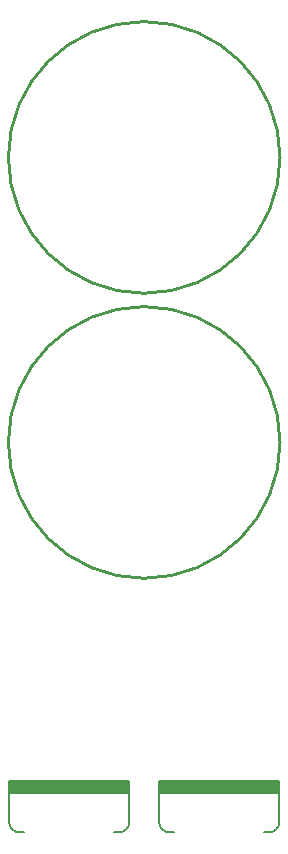
<source format=gto>
G04 Layer_Color=65535*
%FSAX24Y24*%
%MOIN*%
G70*
G01*
G75*
%ADD17C,0.0100*%
%ADD18C,0.0080*%
%ADD19R,0.4000X0.0400*%
D17*
X019528Y044500D02*
G03*
X019528Y044500I-004528J000000D01*
G01*
Y035000D02*
G03*
X019528Y035000I-004528J000000D01*
G01*
D18*
X014150Y022000D02*
G03*
X014500Y022350I000008J000342D01*
G01*
X010500D02*
G03*
X010850Y022000I000342J-000008D01*
G01*
X019150D02*
G03*
X019500Y022350I000008J000342D01*
G01*
X015500D02*
G03*
X015850Y022000I000342J-000008D01*
G01*
X014000Y022000D02*
X014150D01*
X010850D02*
X011000D01*
X014500Y023300D02*
Y023700D01*
X010500D02*
X014500D01*
X010500Y023300D02*
Y023700D01*
Y023300D02*
X014500D01*
Y022350D02*
Y023300D01*
X010500Y022350D02*
Y023300D01*
X019000Y022000D02*
X019150D01*
X015850D02*
X016000D01*
X019500Y023300D02*
Y023700D01*
X015500D02*
X019500D01*
X015500Y023300D02*
Y023700D01*
Y023300D02*
X019500D01*
Y022350D02*
Y023300D01*
X015500Y022350D02*
Y023300D01*
D19*
X012500Y023500D02*
D03*
X017500D02*
D03*
M02*

</source>
